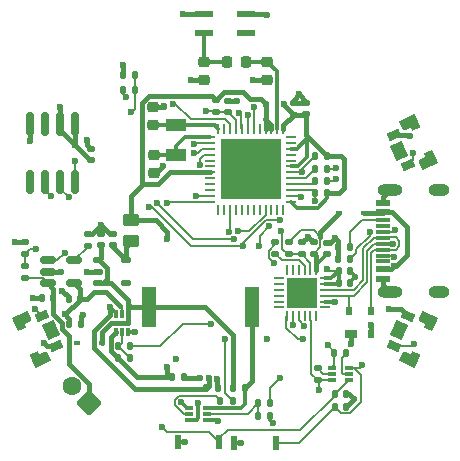
<source format=gbr>
%TF.GenerationSoftware,KiCad,Pcbnew,(6.0.7-1)-1*%
%TF.CreationDate,2022-10-24T14:59:34+01:00*%
%TF.ProjectId,wristpad,77726973-7470-4616-942e-6b696361645f,rev?*%
%TF.SameCoordinates,Original*%
%TF.FileFunction,Copper,L1,Top*%
%TF.FilePolarity,Positive*%
%FSLAX46Y46*%
G04 Gerber Fmt 4.6, Leading zero omitted, Abs format (unit mm)*
G04 Created by KiCad (PCBNEW (6.0.7-1)-1) date 2022-10-24 14:59:34*
%MOMM*%
%LPD*%
G01*
G04 APERTURE LIST*
G04 Aperture macros list*
%AMRoundRect*
0 Rectangle with rounded corners*
0 $1 Rounding radius*
0 $2 $3 $4 $5 $6 $7 $8 $9 X,Y pos of 4 corners*
0 Add a 4 corners polygon primitive as box body*
4,1,4,$2,$3,$4,$5,$6,$7,$8,$9,$2,$3,0*
0 Add four circle primitives for the rounded corners*
1,1,$1+$1,$2,$3*
1,1,$1+$1,$4,$5*
1,1,$1+$1,$6,$7*
1,1,$1+$1,$8,$9*
0 Add four rect primitives between the rounded corners*
20,1,$1+$1,$2,$3,$4,$5,0*
20,1,$1+$1,$4,$5,$6,$7,0*
20,1,$1+$1,$6,$7,$8,$9,0*
20,1,$1+$1,$8,$9,$2,$3,0*%
%AMRotRect*
0 Rectangle, with rotation*
0 The origin of the aperture is its center*
0 $1 length*
0 $2 width*
0 $3 Rotation angle, in degrees counterclockwise*
0 Add horizontal line*
21,1,$1,$2,0,0,$3*%
%AMFreePoly0*
4,1,16,0.740277,0.992426,0.757850,0.950000,0.757850,0.300000,0.740275,0.257574,0.697850,0.240000,0.457200,0.240000,0.457201,-0.274320,0.274320,-0.457200,-0.457200,-0.457200,-0.457200,0.288050,-0.462150,0.300000,-0.462150,0.949999,-0.444576,0.992426,-0.402150,1.010000,0.697850,1.010000,0.740277,0.992426,0.740277,0.992426,$1*%
%AMFreePoly1*
4,1,16,0.444576,0.992426,0.462150,0.950000,0.462150,0.300000,0.457200,0.288050,0.457200,-0.457200,-0.274320,-0.457201,-0.457200,-0.274320,-0.457200,0.240000,-0.697850,0.240000,-0.740276,0.257574,-0.757850,0.300000,-0.757850,0.950000,-0.740276,0.992426,-0.697850,1.010000,0.402150,1.010000,0.444576,0.992426,0.444576,0.992426,$1*%
G04 Aperture macros list end*
%TA.AperFunction,SMDPad,CuDef*%
%ADD10R,1.300000X3.400000*%
%TD*%
%TA.AperFunction,SMDPad,CuDef*%
%ADD11RoundRect,0.150000X-0.150000X0.825000X-0.150000X-0.825000X0.150000X-0.825000X0.150000X0.825000X0*%
%TD*%
%TA.AperFunction,SMDPad,CuDef*%
%ADD12RoundRect,0.135000X0.185000X-0.135000X0.185000X0.135000X-0.185000X0.135000X-0.185000X-0.135000X0*%
%TD*%
%TA.AperFunction,SMDPad,CuDef*%
%ADD13R,0.558800X1.244600*%
%TD*%
%TA.AperFunction,SMDPad,CuDef*%
%ADD14RoundRect,0.135000X-0.135000X-0.185000X0.135000X-0.185000X0.135000X0.185000X-0.135000X0.185000X0*%
%TD*%
%TA.AperFunction,SMDPad,CuDef*%
%ADD15R,0.600000X0.450000*%
%TD*%
%TA.AperFunction,SMDPad,CuDef*%
%ADD16RoundRect,0.135000X0.135000X0.185000X-0.135000X0.185000X-0.135000X-0.185000X0.135000X-0.185000X0*%
%TD*%
%TA.AperFunction,SMDPad,CuDef*%
%ADD17RoundRect,0.062500X-0.062500X0.375000X-0.062500X-0.375000X0.062500X-0.375000X0.062500X0.375000X0*%
%TD*%
%TA.AperFunction,SMDPad,CuDef*%
%ADD18RoundRect,0.062500X-0.375000X0.062500X-0.375000X-0.062500X0.375000X-0.062500X0.375000X0.062500X0*%
%TD*%
%TA.AperFunction,SMDPad,CuDef*%
%ADD19R,5.150000X5.150000*%
%TD*%
%TA.AperFunction,SMDPad,CuDef*%
%ADD20RoundRect,0.225000X0.250000X-0.225000X0.250000X0.225000X-0.250000X0.225000X-0.250000X-0.225000X0*%
%TD*%
%TA.AperFunction,SMDPad,CuDef*%
%ADD21R,1.000000X0.700000*%
%TD*%
%TA.AperFunction,SMDPad,CuDef*%
%ADD22R,0.600000X0.700000*%
%TD*%
%TA.AperFunction,SMDPad,CuDef*%
%ADD23RoundRect,0.140000X0.170000X-0.140000X0.170000X0.140000X-0.170000X0.140000X-0.170000X-0.140000X0*%
%TD*%
%TA.AperFunction,SMDPad,CuDef*%
%ADD24RoundRect,0.062500X0.350000X0.062500X-0.350000X0.062500X-0.350000X-0.062500X0.350000X-0.062500X0*%
%TD*%
%TA.AperFunction,SMDPad,CuDef*%
%ADD25RoundRect,0.062500X0.062500X0.350000X-0.062500X0.350000X-0.062500X-0.350000X0.062500X-0.350000X0*%
%TD*%
%TA.AperFunction,SMDPad,CuDef*%
%ADD26R,2.600000X2.600000*%
%TD*%
%TA.AperFunction,SMDPad,CuDef*%
%ADD27RoundRect,0.218750X-0.218750X-0.256250X0.218750X-0.256250X0.218750X0.256250X-0.218750X0.256250X0*%
%TD*%
%TA.AperFunction,SMDPad,CuDef*%
%ADD28R,1.800000X1.000000*%
%TD*%
%TA.AperFunction,SMDPad,CuDef*%
%ADD29RoundRect,0.225000X-0.250000X0.225000X-0.250000X-0.225000X0.250000X-0.225000X0.250000X0.225000X0*%
%TD*%
%TA.AperFunction,ComponentPad*%
%ADD30RoundRect,0.250000X0.777817X0.000000X0.000000X0.777817X-0.777817X0.000000X0.000000X-0.777817X0*%
%TD*%
%TA.AperFunction,ComponentPad*%
%ADD31C,1.600000*%
%TD*%
%TA.AperFunction,SMDPad,CuDef*%
%ADD32RoundRect,0.135000X-0.185000X0.135000X-0.185000X-0.135000X0.185000X-0.135000X0.185000X0.135000X0*%
%TD*%
%TA.AperFunction,SMDPad,CuDef*%
%ADD33RoundRect,0.137500X-0.262500X-0.137500X0.262500X-0.137500X0.262500X0.137500X-0.262500X0.137500X0*%
%TD*%
%TA.AperFunction,SMDPad,CuDef*%
%ADD34RoundRect,0.250000X-0.450000X0.262500X-0.450000X-0.262500X0.450000X-0.262500X0.450000X0.262500X0*%
%TD*%
%TA.AperFunction,SMDPad,CuDef*%
%ADD35RoundRect,0.140000X-0.140000X-0.170000X0.140000X-0.170000X0.140000X0.170000X-0.140000X0.170000X0*%
%TD*%
%TA.AperFunction,SMDPad,CuDef*%
%ADD36RotRect,0.711200X1.092200X115.000000*%
%TD*%
%TA.AperFunction,ComponentPad*%
%ADD37FreePoly0,115.000000*%
%TD*%
%TA.AperFunction,ComponentPad*%
%ADD38FreePoly1,115.000000*%
%TD*%
%TA.AperFunction,SMDPad,CuDef*%
%ADD39RotRect,1.397000X1.092200X115.000000*%
%TD*%
%TA.AperFunction,ComponentPad*%
%ADD40O,2.108200X0.990600*%
%TD*%
%TA.AperFunction,ComponentPad*%
%ADD41O,1.803400X0.990600*%
%TD*%
%TA.AperFunction,SMDPad,CuDef*%
%ADD42R,1.143000X0.584200*%
%TD*%
%TA.AperFunction,SMDPad,CuDef*%
%ADD43R,1.143000X0.304800*%
%TD*%
%TA.AperFunction,SMDPad,CuDef*%
%ADD44RoundRect,0.150000X-0.512500X-0.150000X0.512500X-0.150000X0.512500X0.150000X-0.512500X0.150000X0*%
%TD*%
%TA.AperFunction,SMDPad,CuDef*%
%ADD45RotRect,0.711200X1.092200X245.000000*%
%TD*%
%TA.AperFunction,ComponentPad*%
%ADD46FreePoly1,245.000000*%
%TD*%
%TA.AperFunction,SMDPad,CuDef*%
%ADD47RotRect,1.397000X1.092200X245.000000*%
%TD*%
%TA.AperFunction,ComponentPad*%
%ADD48FreePoly0,245.000000*%
%TD*%
%TA.AperFunction,SMDPad,CuDef*%
%ADD49RotRect,0.711200X1.092200X295.000000*%
%TD*%
%TA.AperFunction,ComponentPad*%
%ADD50FreePoly1,295.000000*%
%TD*%
%TA.AperFunction,ComponentPad*%
%ADD51FreePoly0,295.000000*%
%TD*%
%TA.AperFunction,SMDPad,CuDef*%
%ADD52RotRect,1.397000X1.092200X295.000000*%
%TD*%
%TA.AperFunction,SMDPad,CuDef*%
%ADD53RoundRect,0.140000X0.140000X0.170000X-0.140000X0.170000X-0.140000X-0.170000X0.140000X-0.170000X0*%
%TD*%
%TA.AperFunction,SMDPad,CuDef*%
%ADD54R,0.700000X0.340000*%
%TD*%
%TA.AperFunction,SMDPad,CuDef*%
%ADD55R,1.500000X0.600000*%
%TD*%
%TA.AperFunction,SMDPad,CuDef*%
%ADD56R,0.340000X0.700000*%
%TD*%
%TA.AperFunction,ViaPad*%
%ADD57C,0.600000*%
%TD*%
%TA.AperFunction,Conductor*%
%ADD58C,0.400000*%
%TD*%
%TA.AperFunction,Conductor*%
%ADD59C,0.300000*%
%TD*%
%TA.AperFunction,Conductor*%
%ADD60C,0.200000*%
%TD*%
G04 APERTURE END LIST*
D10*
%TO.P,BZ1,1,-*%
%TO.N,VCC*%
X93560000Y-105630000D03*
%TO.P,BZ1,2,+*%
%TO.N,/PIEZO_DRAIN*%
X102260000Y-105630000D03*
%TD*%
D11*
%TO.P,IC1,1,VDD5V*%
%TO.N,/POWER*%
X87298000Y-90082000D03*
%TO.P,IC1,2,VDD3V3*%
X86028000Y-90082000D03*
%TO.P,IC1,3,OUT*%
%TO.N,unconnected-(IC1-Pad3)*%
X84758000Y-90082000D03*
%TO.P,IC1,4,GND*%
%TO.N,GND*%
X83488000Y-90082000D03*
%TO.P,IC1,5,PGO*%
%TO.N,unconnected-(IC1-Pad5)*%
X83488000Y-95032000D03*
%TO.P,IC1,6,SDA*%
%TO.N,/SDA*%
X84758000Y-95032000D03*
%TO.P,IC1,7,SCL*%
%TO.N,/SCL*%
X86028000Y-95032000D03*
%TO.P,IC1,8,DIR*%
%TO.N,/DIR*%
X87298000Y-95032000D03*
%TD*%
D12*
%TO.P,R21,2*%
%TO.N,/BATT_ADC*%
X83050000Y-102150000D03*
%TO.P,R21,1*%
%TO.N,+BATT*%
X83050000Y-103170000D03*
%TD*%
D13*
%TO.P,SW2,1,1*%
%TO.N,GND*%
X95974598Y-117080000D03*
%TO.P,SW2,2,2*%
%TO.N,/BOOT*%
X99525402Y-117080000D03*
%TD*%
D14*
%TO.P,R20,2*%
%TO.N,GND*%
X103820000Y-114850000D03*
%TO.P,R20,1*%
%TO.N,/BACKLIGHT_GATE*%
X102800000Y-114850000D03*
%TD*%
D12*
%TO.P,R1,2*%
%TO.N,GND*%
X88400000Y-99400000D03*
%TO.P,R1,1*%
%TO.N,/PROG*%
X88400000Y-100420000D03*
%TD*%
D14*
%TO.P,R3,1*%
%TO.N,+3V3*%
X90960000Y-109966000D03*
%TO.P,R3,2*%
%TO.N,/POWER_GATE*%
X91980000Y-109966000D03*
%TD*%
D15*
%TO.P,D3,1,K*%
%TO.N,/VREGIN*%
X109680000Y-97610000D03*
%TO.P,D3,2,A*%
%TO.N,VBUS*%
X111780000Y-97610000D03*
%TD*%
D16*
%TO.P,R26,1*%
%TO.N,/DIR*%
X92350000Y-87240000D03*
%TO.P,R26,2*%
%TO.N,/POWER*%
X91330000Y-87240000D03*
%TD*%
D14*
%TO.P,R27,1*%
%TO.N,GND*%
X91330000Y-85980000D03*
%TO.P,R27,2*%
%TO.N,/DIR*%
X92350000Y-85980000D03*
%TD*%
D17*
%TO.P,U3,1,VDDA*%
%TO.N,+3V3*%
X104921000Y-90523500D03*
%TO.P,U3,2,LNA_IN*%
%TO.N,/LNA_IN*%
X104421000Y-90523500D03*
%TO.P,U3,3,VDD3P3*%
%TO.N,+3V3*%
X103921000Y-90523500D03*
%TO.P,U3,4,VDD3P3*%
X103421000Y-90523500D03*
%TO.P,U3,5,NC*%
%TO.N,unconnected-(U3-Pad5)*%
X102921000Y-90523500D03*
%TO.P,U3,6,GPIO37/ADC1_CH1/RTC_GPIO1*%
%TO.N,/B1*%
X102421000Y-90523500D03*
%TO.P,U3,7,GPIO38/ADC1_CH2/RTC_GPIO2*%
%TO.N,/B2*%
X101921000Y-90523500D03*
%TO.P,U3,8,GPIO39/ADC1_CH3/RTC_GPIO3*%
%TO.N,/B3*%
X101421000Y-90523500D03*
%TO.P,U3,9,CHIP_PU*%
%TO.N,/EN*%
X100921000Y-90523500D03*
%TO.P,U3,10,GPIO34/ADC1_CH6/RTC_GPIO4*%
%TO.N,/BATT_ADC*%
X100421000Y-90523500D03*
%TO.P,U3,11,NC*%
%TO.N,unconnected-(U3-Pad11)*%
X99921000Y-90523500D03*
%TO.P,U3,12,32K_XP*%
%TO.N,/32K_XP*%
X99421000Y-90523500D03*
D18*
%TO.P,U3,13,32K_XN*%
%TO.N,/32K_XN*%
X98733500Y-91211000D03*
%TO.P,U3,14,GPIO25/ADC2_CH8/DAC_1/RTC_GPIO6*%
%TO.N,/DAC1*%
X98733500Y-91711000D03*
%TO.P,U3,15,GPIO26/ADC2_CH9/DAC_2/RTC_GPIO7*%
%TO.N,/DAC2*%
X98733500Y-92211000D03*
%TO.P,U3,16,GPIO27/ADC2_CH7/RTC_GPIO17*%
%TO.N,/CONNECTED*%
X98733500Y-92711000D03*
%TO.P,U3,17,MTMS/GPIO14/ADC2_CH6/RTC_GPIO16*%
%TO.N,unconnected-(U3-Pad17)*%
X98733500Y-93211000D03*
%TO.P,U3,18,\u002AMTDI/GPIO12/ADC2_CH5/RTC_GPIO15*%
%TO.N,unconnected-(U3-Pad18)*%
X98733500Y-93711000D03*
%TO.P,U3,19,VDD3P3_RTC*%
%TO.N,+3V3*%
X98733500Y-94211000D03*
%TO.P,U3,20,MTCK/GPIO13/ADC2_CH4/RTC_GPIO14*%
%TO.N,unconnected-(U3-Pad20)*%
X98733500Y-94711000D03*
%TO.P,U3,21,\u002AMTDO/GPIO15/ADC2_CH3/RTC_GPIO13*%
%TO.N,unconnected-(U3-Pad21)*%
X98733500Y-95211000D03*
%TO.P,U3,22,\u002AGPIO2/ADC2_CH2/RTC_GPIO12*%
%TO.N,unconnected-(U3-Pad22)*%
X98733500Y-95711000D03*
%TO.P,U3,23,\u002AGPIO0/ADC2_CH1/RTC_GPIO11*%
%TO.N,/BOOT*%
X98733500Y-96211000D03*
%TO.P,U3,24,GPIO4/ADC2_CH0/RTC_GPIO10*%
%TO.N,/STAT*%
X98733500Y-96711000D03*
D17*
%TO.P,U3,25,NC*%
%TO.N,unconnected-(U3-Pad25)*%
X99421000Y-97398500D03*
%TO.P,U3,26,VDD_SDIO*%
%TO.N,unconnected-(U3-Pad26)*%
X99921000Y-97398500D03*
%TO.P,U3,27,GPIO20*%
%TO.N,/PIEZO*%
X100421000Y-97398500D03*
%TO.P,U3,28,NC*%
%TO.N,unconnected-(U3-Pad28)*%
X100921000Y-97398500D03*
%TO.P,U3,29,NC*%
%TO.N,unconnected-(U3-Pad29)*%
X101421000Y-97398500D03*
%TO.P,U3,30,NC*%
%TO.N,unconnected-(U3-Pad30)*%
X101921000Y-97398500D03*
%TO.P,U3,31,NC*%
%TO.N,unconnected-(U3-Pad31)*%
X102421000Y-97398500D03*
%TO.P,U3,32,SD_DATA_0/GPIO7*%
%TO.N,unconnected-(U3-Pad32)*%
X102921000Y-97398500D03*
%TO.P,U3,33,SD_DATA_1/GPIO8*%
%TO.N,/ENABLE*%
X103421000Y-97398500D03*
%TO.P,U3,34,\u002AGPIO5*%
%TO.N,unconnected-(U3-Pad34)*%
X103921000Y-97398500D03*
%TO.P,U3,35,NC*%
%TO.N,unconnected-(U3-Pad35)*%
X104421000Y-97398500D03*
%TO.P,U3,36,NC*%
%TO.N,unconnected-(U3-Pad36)*%
X104921000Y-97398500D03*
D18*
%TO.P,U3,37,VDD3P3_CPU*%
%TO.N,+3V3*%
X105608500Y-96711000D03*
%TO.P,U3,38,GPIO19*%
%TO.N,/BACKLIGHT*%
X105608500Y-96211000D03*
%TO.P,U3,39,GPIO22*%
%TO.N,/SCL*%
X105608500Y-95711000D03*
%TO.P,U3,40,U0RXD/GPIO3*%
%TO.N,/RXD0*%
X105608500Y-95211000D03*
%TO.P,U3,41,U0TXD/GPIO1*%
%TO.N,/TXD0*%
X105608500Y-94711000D03*
%TO.P,U3,42,GPIO21*%
%TO.N,/SDA*%
X105608500Y-94211000D03*
%TO.P,U3,43,VDDA*%
%TO.N,+3V3*%
X105608500Y-93711000D03*
%TO.P,U3,44,NC*%
%TO.N,unconnected-(U3-Pad44)*%
X105608500Y-93211000D03*
%TO.P,U3,45,NC*%
%TO.N,unconnected-(U3-Pad45)*%
X105608500Y-92711000D03*
%TO.P,U3,46,VDDA*%
%TO.N,+3V3*%
X105608500Y-92211000D03*
%TO.P,U3,47,NC*%
%TO.N,unconnected-(U3-Pad47)*%
X105608500Y-91711000D03*
%TO.P,U3,48,NC*%
%TO.N,unconnected-(U3-Pad48)*%
X105608500Y-91211000D03*
D19*
%TO.P,U3,49,GND*%
%TO.N,GND*%
X102171000Y-93961000D03*
%TD*%
D20*
%TO.P,C14,1*%
%TO.N,GND*%
X93940000Y-94305000D03*
%TO.P,C14,2*%
%TO.N,/32K_XN*%
X93940000Y-92755000D03*
%TD*%
D21*
%TO.P,D1,1,A*%
%TO.N,GND*%
X110670000Y-107920000D03*
D22*
%TO.P,D1,2,K*%
%TO.N,VBUS*%
X112370000Y-107920000D03*
%TO.P,D1,3,K*%
%TO.N,/DN*%
X112370000Y-105920000D03*
%TO.P,D1,4,K*%
%TO.N,/DP*%
X110470000Y-105920000D03*
%TD*%
D13*
%TO.P,SW1,1,1*%
%TO.N,GND*%
X100724598Y-117094000D03*
%TO.P,SW1,2,2*%
%TO.N,/EN*%
X104275402Y-117094000D03*
%TD*%
D14*
%TO.P,R16,1*%
%TO.N,VBUS*%
X86820000Y-107070000D03*
%TO.P,R16,2*%
%TO.N,GND*%
X87840000Y-107070000D03*
%TD*%
D16*
%TO.P,R11,1*%
%TO.N,/RTS_BASE*%
X110270000Y-109520000D03*
%TO.P,R11,2*%
%TO.N,/RTS*%
X109250000Y-109520000D03*
%TD*%
%TO.P,R18,2*%
%TO.N,/SDA*%
X107631000Y-92831000D03*
%TO.P,R18,1*%
%TO.N,+3V3*%
X108651000Y-92831000D03*
%TD*%
D14*
%TO.P,R19,1*%
%TO.N,/SCL*%
X107631000Y-95961000D03*
%TO.P,R19,2*%
%TO.N,+3V3*%
X108651000Y-95961000D03*
%TD*%
D16*
%TO.P,R25,1*%
%TO.N,/PIEZO_DRAIN*%
X101650000Y-112490000D03*
%TO.P,R25,2*%
%TO.N,VCC*%
X100630000Y-112490000D03*
%TD*%
D15*
%TO.P,D2,1,K*%
%TO.N,VCC*%
X89550000Y-108630000D03*
%TO.P,D2,2,A*%
%TO.N,VBUS*%
X87450000Y-108630000D03*
%TD*%
D23*
%TO.P,C3,2*%
%TO.N,GND*%
X90510000Y-99430000D03*
%TO.P,C3,1*%
%TO.N,/VO*%
X90510000Y-100390000D03*
%TD*%
D24*
%TO.P,U2,1,~{RI}/CLK*%
%TO.N,unconnected-(U2-Pad1)*%
X108416984Y-105648951D03*
%TO.P,U2,2,GND*%
%TO.N,GND*%
X108416984Y-105148951D03*
%TO.P,U2,3,D+*%
%TO.N,/DP*%
X108416984Y-104648951D03*
%TO.P,U2,4,D-*%
%TO.N,/DN*%
X108416984Y-104148951D03*
%TO.P,U2,5,VIO*%
%TO.N,/VIO*%
X108416984Y-103648951D03*
%TO.P,U2,6,VDD*%
X108416984Y-103148951D03*
D25*
%TO.P,U2,7,VREGIN*%
%TO.N,/VREGIN*%
X107729484Y-102461451D03*
%TO.P,U2,8,VBUS*%
%TO.N,/CONNECTED*%
X107229484Y-102461451D03*
%TO.P,U2,9,~{RST}*%
%TO.N,/~RST*%
X106729484Y-102461451D03*
%TO.P,U2,10,NC*%
%TO.N,unconnected-(U2-Pad10)*%
X106229484Y-102461451D03*
%TO.P,U2,11,~{WAKEUP}/GPIO.3*%
%TO.N,unconnected-(U2-Pad11)*%
X105729484Y-102461451D03*
%TO.P,U2,12,RS485/GPIO.2*%
%TO.N,unconnected-(U2-Pad12)*%
X105229484Y-102461451D03*
D24*
%TO.P,U2,13,~{RXT}/GPIO.1*%
%TO.N,unconnected-(U2-Pad13)*%
X104541984Y-103148951D03*
%TO.P,U2,14,~{TXT}/GPIO.0*%
%TO.N,unconnected-(U2-Pad14)*%
X104541984Y-103648951D03*
%TO.P,U2,15,~{SUSPEND}*%
%TO.N,unconnected-(U2-Pad15)*%
X104541984Y-104148951D03*
%TO.P,U2,16,NC*%
%TO.N,unconnected-(U2-Pad16)*%
X104541984Y-104648951D03*
%TO.P,U2,17,SUSPEND*%
%TO.N,unconnected-(U2-Pad17)*%
X104541984Y-105148951D03*
%TO.P,U2,18,~{CTS}*%
%TO.N,unconnected-(U2-Pad18)*%
X104541984Y-105648951D03*
D25*
%TO.P,U2,19,~{RTS}*%
%TO.N,/RTS*%
X105229484Y-106336451D03*
%TO.P,U2,20,RXD*%
%TO.N,/RXD*%
X105729484Y-106336451D03*
%TO.P,U2,21,TXD*%
%TO.N,/TXD*%
X106229484Y-106336451D03*
%TO.P,U2,22,~{DSR}*%
%TO.N,unconnected-(U2-Pad22)*%
X106729484Y-106336451D03*
%TO.P,U2,23,~{DTR}*%
%TO.N,/DTR*%
X107229484Y-106336451D03*
%TO.P,U2,24,~{DCD}*%
%TO.N,unconnected-(U2-Pad24)*%
X107729484Y-106336451D03*
D26*
%TO.P,U2,25,GND*%
%TO.N,GND*%
X106479484Y-104398951D03*
%TD*%
D27*
%TO.P,L1,1*%
%TO.N,/ANTENNA*%
X100162500Y-84840000D03*
%TO.P,L1,2*%
%TO.N,/LNA_IN*%
X101737500Y-84840000D03*
%TD*%
D28*
%TO.P,Y1,1,1*%
%TO.N,/32K_XP*%
X95876000Y-90236000D03*
%TO.P,Y1,2,2*%
%TO.N,/32K_XN*%
X95876000Y-92736000D03*
%TD*%
D29*
%TO.P,C13,1*%
%TO.N,GND*%
X93920000Y-88645000D03*
%TO.P,C13,2*%
%TO.N,/32K_XP*%
X93920000Y-90195000D03*
%TD*%
D16*
%TO.P,R7,1*%
%TO.N,/CC1*%
X110601484Y-100502951D03*
%TO.P,R7,2*%
%TO.N,GND*%
X109581484Y-100502951D03*
%TD*%
D30*
%TO.P,J2,1,Pin_1*%
%TO.N,+BATT*%
X88453199Y-113713199D03*
D31*
%TO.P,J2,2,Pin_2*%
%TO.N,GND*%
X87038985Y-112298985D03*
%TD*%
D16*
%TO.P,R23,2*%
%TO.N,/POWER_GATE*%
X90960000Y-108950000D03*
%TO.P,R23,1*%
%TO.N,/ENABLE*%
X91980000Y-108950000D03*
%TD*%
D23*
%TO.P,C15,2*%
%TO.N,GND*%
X100260000Y-88140000D03*
%TO.P,C15,1*%
%TO.N,/EN*%
X100260000Y-89100000D03*
%TD*%
D32*
%TO.P,R10,1*%
%TO.N,/DTR_BASE*%
X107830000Y-110790000D03*
%TO.P,R10,2*%
%TO.N,/DTR*%
X107830000Y-111810000D03*
%TD*%
%TO.P,R22,2*%
%TO.N,/BATT_ADC*%
X83050000Y-101090000D03*
%TO.P,R22,1*%
%TO.N,GND*%
X83050000Y-100070000D03*
%TD*%
D29*
%TO.P,C19,1*%
%TO.N,/LNA_IN*%
X103580000Y-84823000D03*
%TO.P,C19,2*%
%TO.N,GND*%
X103580000Y-86373000D03*
%TD*%
D23*
%TO.P,C7,1*%
%TO.N,/POWER*%
X88646000Y-93190000D03*
%TO.P,C7,2*%
%TO.N,GND*%
X88646000Y-92230000D03*
%TD*%
D12*
%TO.P,R13,2*%
%TO.N,+3V3*%
X99220000Y-88100000D03*
%TO.P,R13,1*%
%TO.N,/EN*%
X99220000Y-89120000D03*
%TD*%
D33*
%TO.P,U4,5,VO*%
%TO.N,/VO*%
X91624000Y-101666000D03*
%TO.P,U4,4,NC*%
%TO.N,unconnected-(U4-Pad4)*%
X91624000Y-103566000D03*
%TO.P,U4,3,EN*%
%TO.N,VCC*%
X89224000Y-103566000D03*
%TO.P,U4,2,GND*%
%TO.N,GND*%
X89224000Y-102616000D03*
%TO.P,U4,1,VI*%
%TO.N,VCC*%
X89224000Y-101666000D03*
%TD*%
D34*
%TO.P,R12,1*%
%TO.N,+3V3*%
X92050000Y-98237500D03*
%TO.P,R12,2*%
%TO.N,/VO*%
X92050000Y-100062500D03*
%TD*%
D35*
%TO.P,C11,1*%
%TO.N,/EN*%
X109280000Y-114050000D03*
%TO.P,C11,2*%
%TO.N,GND*%
X110240000Y-114050000D03*
%TD*%
%TO.P,C9,1*%
%TO.N,/VIO*%
X109611484Y-103550951D03*
%TO.P,C9,2*%
%TO.N,GND*%
X110571484Y-103550951D03*
%TD*%
D32*
%TO.P,R6,1*%
%TO.N,/VIO*%
X104261484Y-100106951D03*
%TO.P,R6,2*%
%TO.N,/~RST*%
X104261484Y-101126951D03*
%TD*%
D35*
%TO.P,C12,1*%
%TO.N,/BOOT*%
X109280000Y-112950000D03*
%TO.P,C12,2*%
%TO.N,GND*%
X110240000Y-112950000D03*
%TD*%
D14*
%TO.P,R2,1*%
%TO.N,GND*%
X109581484Y-101518951D03*
%TO.P,R2,2*%
%TO.N,/CC2*%
X110601484Y-101518951D03*
%TD*%
D36*
%TO.P,SW5,1,1*%
%TO.N,GND*%
X85690566Y-108914377D03*
%TO.P,SW5,2,2*%
%TO.N,/B3*%
X84507087Y-106376398D03*
D37*
%TO.P,SW5,3*%
%TO.N,N/C*%
X84653935Y-109891721D03*
D38*
X83092065Y-106542279D03*
D39*
X85236948Y-107580981D03*
%TD*%
D16*
%TO.P,R24,2*%
%TO.N,/PIEZO_GATE*%
X99610000Y-113540000D03*
%TO.P,R24,1*%
%TO.N,/PIEZO*%
X100630000Y-113540000D03*
%TD*%
D23*
%TO.P,C2,2*%
%TO.N,GND*%
X89460000Y-99430000D03*
%TO.P,C2,1*%
%TO.N,VCC*%
X89460000Y-100390000D03*
%TD*%
D40*
%TO.P,J1,13,SHELL*%
%TO.N,GND*%
X113920000Y-104320002D03*
D41*
X118100000Y-104320002D03*
X118100000Y-95679998D03*
D40*
X113920000Y-95679998D03*
D42*
%TO.P,J1,A1-B12,GND*%
X113345000Y-103200000D03*
%TO.P,J1,A4-B9,VBUS*%
%TO.N,VBUS*%
X113345000Y-102400001D03*
D43*
%TO.P,J1,A5,CC1*%
%TO.N,/CC2*%
X113345000Y-101250000D03*
%TO.P,J1,A6,DP1*%
%TO.N,/DP*%
X113345000Y-100250000D03*
%TO.P,J1,A7,DN1*%
%TO.N,/DN*%
X113345000Y-99750000D03*
%TO.P,J1,A8,SBU1*%
%TO.N,unconnected-(J1-PadA8)*%
X113345000Y-98750000D03*
D42*
%TO.P,J1,B1-A12,GND*%
%TO.N,GND*%
X113345000Y-96800000D03*
%TO.P,J1,B4-A9,VBUS*%
%TO.N,VBUS*%
X113345000Y-97599999D03*
D43*
%TO.P,J1,B5,CC2*%
%TO.N,/CC1*%
X113345000Y-98250001D03*
%TO.P,J1,B6,DP2*%
%TO.N,/DP*%
X113345000Y-99249999D03*
%TO.P,J1,B7,DN2*%
%TO.N,/DN*%
X113345000Y-100750001D03*
%TO.P,J1,B8,SBU2*%
%TO.N,unconnected-(J1-PadB8)*%
X113345000Y-101749999D03*
%TD*%
D44*
%TO.P,U1,5,PROG*%
%TO.N,/PROG*%
X87243500Y-101666000D03*
%TO.P,U1,4,VDD*%
%TO.N,VBUS*%
X87243500Y-103566000D03*
%TO.P,U1,3,VBAT*%
%TO.N,+BATT*%
X84968500Y-103566000D03*
%TO.P,U1,2,VSS*%
%TO.N,GND*%
X84968500Y-102616000D03*
%TO.P,U1,1,STAT*%
%TO.N,/STAT*%
X84968500Y-101666000D03*
%TD*%
D45*
%TO.P,SW4,1,1*%
%TO.N,GND*%
X115492913Y-106376398D03*
%TO.P,SW4,2,2*%
%TO.N,/B2*%
X114309434Y-108914377D03*
D46*
%TO.P,SW4,3*%
%TO.N,N/C*%
X115346065Y-109891721D03*
D47*
X114763052Y-107580981D03*
D48*
X116907935Y-106542279D03*
%TD*%
D49*
%TO.P,SW3,1,1*%
%TO.N,GND*%
X114309434Y-91085623D03*
%TO.P,SW3,2,2*%
%TO.N,/B1*%
X115492913Y-93623602D03*
D50*
%TO.P,SW3,3*%
%TO.N,N/C*%
X116907935Y-93457721D03*
D51*
X115346065Y-90108279D03*
D52*
X114763052Y-92419019D03*
%TD*%
D53*
%TO.P,C1,1*%
%TO.N,VBUS*%
X87726000Y-104902000D03*
%TO.P,C1,2*%
%TO.N,GND*%
X86766000Y-104902000D03*
%TD*%
D16*
%TO.P,R17,1*%
%TO.N,/BACKLIGHT*%
X103830000Y-113750000D03*
%TO.P,R17,2*%
%TO.N,/BACKLIGHT_GATE*%
X102810000Y-113750000D03*
%TD*%
D54*
%TO.P,Q3,1,S*%
%TO.N,GND*%
X98470000Y-115150000D03*
%TO.P,Q3,2,G*%
%TO.N,/BACKLIGHT_GATE*%
X98470000Y-114650000D03*
%TO.P,Q3,3,D*%
%TO.N,/PIEZO_DRAIN*%
X98470000Y-114150000D03*
%TO.P,Q3,4,S*%
%TO.N,GND*%
X96970000Y-114150000D03*
%TO.P,Q3,5,G*%
%TO.N,/PIEZO_GATE*%
X96970000Y-114650000D03*
%TO.P,Q3,6,D*%
%TO.N,/LEDK*%
X96970000Y-115150000D03*
%TD*%
D14*
%TO.P,R8,2*%
%TO.N,/TXD*%
X108650000Y-94940000D03*
%TO.P,R8,1*%
%TO.N,/RXD0*%
X107630000Y-94940000D03*
%TD*%
D23*
%TO.P,C5,1*%
%TO.N,/VREGIN*%
X108638484Y-101120951D03*
%TO.P,C5,2*%
%TO.N,GND*%
X108638484Y-100160951D03*
%TD*%
D35*
%TO.P,C8,1*%
%TO.N,/VIO*%
X109611484Y-102534951D03*
%TO.P,C8,2*%
%TO.N,GND*%
X110571484Y-102534951D03*
%TD*%
D55*
%TO.P,E1,1*%
%TO.N,/ANTENNA*%
X98250000Y-82440000D03*
%TO.P,E1,2*%
%TO.N,unconnected-(E1-Pad2)*%
X101750000Y-82440000D03*
%TO.P,E1,3*%
%TO.N,GND*%
X101750000Y-80840000D03*
%TO.P,E1,4*%
X98250000Y-80840000D03*
%TD*%
D56*
%TO.P,Q2,1,S*%
%TO.N,VCC*%
X91780000Y-106230000D03*
%TO.P,Q2,2,G*%
%TO.N,VBUS*%
X91280000Y-106230000D03*
%TO.P,Q2,3,D*%
%TO.N,/POWER*%
X90780000Y-106230000D03*
%TO.P,Q2,4,S*%
%TO.N,+3V3*%
X90780000Y-107730000D03*
%TO.P,Q2,5,G*%
%TO.N,/POWER_GATE*%
X91280000Y-107730000D03*
%TO.P,Q2,6,D*%
%TO.N,+BATT*%
X91780000Y-107730000D03*
%TD*%
D53*
%TO.P,C10,1*%
%TO.N,GND*%
X99360000Y-112490000D03*
%TO.P,C10,2*%
%TO.N,/POWER*%
X98400000Y-112490000D03*
%TD*%
D14*
%TO.P,R9,2*%
%TO.N,/RXD*%
X108650000Y-93894000D03*
%TO.P,R9,1*%
%TO.N,/TXD0*%
X107630000Y-93894000D03*
%TD*%
D54*
%TO.P,Q1,1,S*%
%TO.N,/RTS*%
X109010000Y-110760000D03*
%TO.P,Q1,2,G*%
%TO.N,/DTR_BASE*%
X109010000Y-111260000D03*
%TO.P,Q1,3,D*%
%TO.N,/DTR*%
X109010000Y-111760000D03*
%TO.P,Q1,4,S*%
%TO.N,/BOOT*%
X110510000Y-111760000D03*
%TO.P,Q1,5,G*%
%TO.N,/RTS_BASE*%
X110510000Y-111260000D03*
%TO.P,Q1,6,D*%
%TO.N,/EN*%
X110510000Y-110760000D03*
%TD*%
D12*
%TO.P,R4,1*%
%TO.N,/CONNECTED*%
X105407484Y-101126951D03*
%TO.P,R4,2*%
%TO.N,/VREGIN*%
X105407484Y-100106951D03*
%TD*%
D23*
%TO.P,C17,1*%
%TO.N,+3V3*%
X106870000Y-89300000D03*
%TO.P,C17,2*%
%TO.N,GND*%
X106870000Y-88340000D03*
%TD*%
D29*
%TO.P,C18,1*%
%TO.N,/ANTENNA*%
X98230000Y-84845000D03*
%TO.P,C18,2*%
%TO.N,GND*%
X98230000Y-86395000D03*
%TD*%
D23*
%TO.P,C16,1*%
%TO.N,+3V3*%
X105840000Y-89320000D03*
%TO.P,C16,2*%
%TO.N,GND*%
X105840000Y-88360000D03*
%TD*%
%TO.P,C6,1*%
%TO.N,/VREGIN*%
X107501484Y-101090951D03*
%TO.P,C6,2*%
%TO.N,GND*%
X107501484Y-100130951D03*
%TD*%
D14*
%TO.P,R15,2*%
%TO.N,/LEDA*%
X96540000Y-111560000D03*
%TO.P,R15,1*%
%TO.N,+3V3*%
X95520000Y-111560000D03*
%TD*%
D53*
%TO.P,C4,1*%
%TO.N,+BATT*%
X85446000Y-104860000D03*
%TO.P,C4,2*%
%TO.N,GND*%
X84486000Y-104860000D03*
%TD*%
D12*
%TO.P,R5,1*%
%TO.N,/CONNECTED*%
X106494484Y-101126951D03*
%TO.P,R5,2*%
%TO.N,GND*%
X106494484Y-100106951D03*
%TD*%
D57*
%TO.N,GND*%
X106270000Y-87610000D03*
%TO.N,+3V3*%
X105020500Y-88410000D03*
%TO.N,GND*%
X100980000Y-88140000D03*
%TO.N,/EN*%
X98400000Y-88990000D03*
%TO.N,GND*%
X91330000Y-85120000D03*
X86140000Y-102660000D03*
X82170000Y-100070000D03*
X86200000Y-104230000D03*
X110940000Y-113370000D03*
%TO.N,/RTS*%
X108670000Y-108850000D03*
%TO.N,GND*%
X89470000Y-98630000D03*
%TO.N,+3V3*%
X103470000Y-88420000D03*
X95120000Y-110690000D03*
X95120000Y-99820000D03*
%TO.N,/VIO*%
X108650000Y-102430000D03*
X104110000Y-101846451D03*
%TO.N,/B3*%
X101169960Y-89222472D03*
X83870000Y-105750000D03*
%TO.N,/B1*%
X115944767Y-92597423D03*
X102450000Y-88640000D03*
%TO.N,/B2*%
X101900500Y-89390000D03*
X115966761Y-108772452D03*
%TO.N,/EN*%
X111630000Y-110540000D03*
%TO.N,/BOOT*%
X97538560Y-96207076D03*
X94660000Y-115766758D03*
%TO.N,VBUS*%
X112380000Y-107160000D03*
%TO.N,/STAT*%
X95038556Y-96811444D03*
X86406232Y-101012089D03*
%TO.N,/DTR*%
X107950000Y-112640000D03*
%TO.N,/RTS*%
X106610000Y-108330000D03*
%TO.N,GND*%
X96580000Y-117080000D03*
X101330000Y-117090000D03*
X104070000Y-115460000D03*
X99440000Y-115290000D03*
X96300000Y-113690000D03*
%TO.N,/LEDK*%
X97726577Y-113762582D03*
%TO.N,GND*%
X103520000Y-108319998D03*
%TO.N,/BACKLIGHT*%
X104626352Y-111642157D03*
X102880000Y-100409500D03*
X103719445Y-98762333D03*
X106397000Y-96260500D03*
%TO.N,/SCL*%
X107590000Y-96610000D03*
%TO.N,/PIEZO*%
X100339213Y-99246668D03*
X99980500Y-108319998D03*
%TO.N,/ENABLE*%
X101090472Y-99182467D03*
X98820734Y-107049266D03*
%TO.N,/SCL*%
X86753743Y-96308622D03*
%TO.N,/SDA*%
X85260000Y-96240000D03*
X93559942Y-97105990D03*
%TO.N,/SCL*%
X94239208Y-96789208D03*
%TO.N,/DIR*%
X87270000Y-93270000D03*
X92060000Y-89140000D03*
%TO.N,/POWER*%
X91610000Y-87870000D03*
X86060000Y-88680000D03*
%TO.N,GND*%
X83480000Y-91530000D03*
%TO.N,VBUS*%
X114292955Y-102148027D03*
X86470000Y-106240000D03*
%TO.N,GND*%
X105571484Y-103510951D03*
X87950000Y-106270000D03*
X95860000Y-110020000D03*
X88330000Y-102620000D03*
X84627483Y-108629772D03*
X106441484Y-105230951D03*
X107321484Y-103550951D03*
X102400000Y-86360000D03*
X109321484Y-99730951D03*
X103961000Y-92181000D03*
X107311484Y-104330951D03*
X107311484Y-105210951D03*
X103941000Y-95831000D03*
X109291484Y-105198451D03*
X113860000Y-105770000D03*
X97100000Y-86400500D03*
X115640000Y-91160000D03*
X102131000Y-92221000D03*
X105581484Y-105230951D03*
X99352820Y-111734923D03*
X100391000Y-95751000D03*
X102141000Y-95811000D03*
X96420000Y-80820000D03*
X100431000Y-93961000D03*
X106441484Y-104400951D03*
X103580000Y-80880000D03*
X103921000Y-93861000D03*
X94860000Y-88600000D03*
X106441484Y-103540951D03*
X111030000Y-103060000D03*
X110680000Y-108710000D03*
X107001069Y-99641069D03*
X88291444Y-91471444D03*
X100431000Y-92201000D03*
X83740000Y-104860000D03*
X105551484Y-104400951D03*
X94780000Y-93690000D03*
X102111000Y-93921000D03*
%TO.N,+BATT*%
X92390000Y-107720000D03*
%TO.N,/DP*%
X114201500Y-100250001D03*
X114380000Y-99050000D03*
%TO.N,/SDA*%
X104624984Y-98265564D03*
X101477425Y-100409500D03*
X106543320Y-94153635D03*
%TO.N,/SCL*%
X100770000Y-99860000D03*
%TO.N,/DAC1*%
X97350000Y-91810500D03*
%TO.N,/DAC2*%
X97394581Y-92559599D03*
%TO.N,/POWER*%
X90260000Y-105630000D03*
X98619503Y-111580000D03*
X87280000Y-91850000D03*
%TO.N,/BATT_ADC*%
X95580780Y-88394500D03*
X83960000Y-100680000D03*
%TO.N,/CONNECTED*%
X97846885Y-93561500D03*
X104731484Y-99170000D03*
%TO.N,/CC2*%
X112250000Y-99250000D03*
X114337715Y-101349501D03*
%TO.N,/TXD*%
X106691484Y-107198451D03*
X109380000Y-94800000D03*
%TO.N,/RXD*%
X105731484Y-107130951D03*
X109390500Y-93860000D03*
%TO.N,/LEDA*%
X97870000Y-111580000D03*
%TD*%
D58*
%TO.N,GND*%
X102400000Y-86360000D02*
X102413000Y-86373000D01*
X102413000Y-86373000D02*
X103580000Y-86373000D01*
X98224500Y-86400500D02*
X98230000Y-86395000D01*
X97100000Y-86400500D02*
X98224500Y-86400500D01*
D59*
%TO.N,/ANTENNA*%
X98235000Y-84840000D02*
X98230000Y-84845000D01*
X100162500Y-84840000D02*
X98235000Y-84840000D01*
%TO.N,/LNA_IN*%
X103580000Y-84823000D02*
X101754500Y-84823000D01*
X101754500Y-84823000D02*
X101737500Y-84840000D01*
%TO.N,/ANTENNA*%
X98230000Y-84845000D02*
X98230000Y-82460000D01*
X98230000Y-82460000D02*
X98250000Y-82440000D01*
%TO.N,/LNA_IN*%
X104421000Y-90523500D02*
X104421000Y-85664000D01*
X104421000Y-85664000D02*
X103580000Y-84823000D01*
D58*
%TO.N,GND*%
X115640000Y-91160000D02*
X115565623Y-91085623D01*
X115565623Y-91085623D02*
X114309434Y-91085623D01*
%TO.N,+3V3*%
X99910000Y-87410000D02*
X101520000Y-87410000D01*
X101520000Y-87410000D02*
X102140381Y-88030381D01*
X102140381Y-88030381D02*
X102180761Y-87990000D01*
X99220000Y-88100000D02*
X99910000Y-87410000D01*
X102180761Y-87990000D02*
X103040000Y-87990000D01*
X103040000Y-87990000D02*
X103470000Y-88420000D01*
%TO.N,VBUS*%
X86820000Y-107070000D02*
X86820000Y-106590000D01*
X86820000Y-106590000D02*
X86470000Y-106240000D01*
%TO.N,GND*%
X87840000Y-107070000D02*
X87840000Y-106380000D01*
X87840000Y-106380000D02*
X87950000Y-106270000D01*
%TO.N,VBUS*%
X86470000Y-106240000D02*
X87726000Y-104984000D01*
X87726000Y-104984000D02*
X87726000Y-104902000D01*
%TO.N,+BATT*%
X84968500Y-103566000D02*
X85450000Y-104047500D01*
X85450000Y-104047500D02*
X85450000Y-106235475D01*
X85450000Y-106235475D02*
X86200000Y-106985475D01*
X86200000Y-106985475D02*
X86200000Y-107470000D01*
X86200000Y-107470000D02*
X86800000Y-108070000D01*
X86800000Y-108070000D02*
X86800000Y-110433654D01*
X86800000Y-110433654D02*
X88453199Y-112086853D01*
X88453199Y-112086853D02*
X88453199Y-113713199D01*
%TO.N,+3V3*%
X105020500Y-88410000D02*
X105020500Y-88543465D01*
X105020500Y-88543465D02*
X105797035Y-89320000D01*
X105797035Y-89320000D02*
X105840000Y-89320000D01*
%TO.N,GND*%
X105840000Y-88360000D02*
X105840000Y-88040000D01*
X105840000Y-88040000D02*
X106270000Y-87610000D01*
X106870000Y-88210000D02*
X106270000Y-87610000D01*
X106870000Y-88340000D02*
X106870000Y-88210000D01*
X105840000Y-88360000D02*
X106850000Y-88360000D01*
X106850000Y-88360000D02*
X106870000Y-88340000D01*
%TO.N,+3V3*%
X106870000Y-89300000D02*
X106870000Y-91050000D01*
X106870000Y-91050000D02*
X106950000Y-91130000D01*
X105840000Y-89320000D02*
X106850000Y-89320000D01*
X106850000Y-89320000D02*
X106870000Y-89300000D01*
X104921000Y-90523500D02*
X104921000Y-90239000D01*
X104921000Y-90239000D02*
X105840000Y-89320000D01*
X93532327Y-87744500D02*
X98864500Y-87744500D01*
X98864500Y-87744500D02*
X99220000Y-88100000D01*
%TO.N,GND*%
X100260000Y-88140000D02*
X100980000Y-88140000D01*
D60*
%TO.N,/B3*%
X101330000Y-90432500D02*
X101421000Y-90523500D01*
X101169960Y-89222472D02*
X101330000Y-89382512D01*
X101330000Y-89382512D02*
X101330000Y-90432500D01*
%TO.N,/EN*%
X100921000Y-90523500D02*
X100921000Y-89761000D01*
X100921000Y-89761000D02*
X100260000Y-89100000D01*
%TO.N,/B2*%
X101900500Y-90503000D02*
X101921000Y-90523500D01*
X101900500Y-89390000D02*
X101900500Y-90503000D01*
%TO.N,/EN*%
X100260000Y-89100000D02*
X99240000Y-89100000D01*
X99240000Y-89100000D02*
X99220000Y-89120000D01*
X98400000Y-88990000D02*
X99090000Y-88990000D01*
X99090000Y-88990000D02*
X99220000Y-89120000D01*
D58*
%TO.N,GND*%
X91330000Y-85980000D02*
X91330000Y-85120000D01*
D60*
%TO.N,/DIR*%
X92350000Y-85980000D02*
X92350000Y-87240000D01*
D58*
%TO.N,GND*%
X88291444Y-91471444D02*
X88291444Y-91875444D01*
X88291444Y-91875444D02*
X88646000Y-92230000D01*
%TO.N,/VO*%
X91624000Y-100488500D02*
X92050000Y-100062500D01*
%TO.N,+3V3*%
X95120000Y-99820000D02*
X95120000Y-99220000D01*
X92050000Y-98237500D02*
X92050000Y-96190000D01*
X92050000Y-96190000D02*
X93062500Y-95177500D01*
X95120000Y-99220000D02*
X94137500Y-98237500D01*
X94137500Y-98237500D02*
X92050000Y-98237500D01*
%TO.N,/VO*%
X91624000Y-101666000D02*
X91624000Y-100488500D01*
%TO.N,GND*%
X86096000Y-102616000D02*
X86140000Y-102660000D01*
X84968500Y-102616000D02*
X86096000Y-102616000D01*
X83050000Y-100070000D02*
X82170000Y-100070000D01*
D60*
%TO.N,/BATT_ADC*%
X83960000Y-100680000D02*
X83460000Y-100680000D01*
X83460000Y-100680000D02*
X83050000Y-101090000D01*
X83050000Y-102150000D02*
X83050000Y-101090000D01*
%TO.N,+BATT*%
X83050000Y-103170000D02*
X84572500Y-103170000D01*
X84572500Y-103170000D02*
X84968500Y-103566000D01*
D58*
%TO.N,GND*%
X86766000Y-104796000D02*
X86200000Y-104230000D01*
X86766000Y-104902000D02*
X86766000Y-104796000D01*
D60*
%TO.N,VBUS*%
X91280000Y-106230000D02*
X91280000Y-105730761D01*
X91280000Y-105730761D02*
X91079239Y-105530000D01*
D58*
X87726000Y-104902000D02*
X88288261Y-104902000D01*
X88288261Y-104902000D02*
X88860000Y-104330261D01*
X88860000Y-104330261D02*
X89879500Y-104330261D01*
X89879500Y-104330261D02*
X91079239Y-105530000D01*
X87726000Y-104902000D02*
X87726000Y-104048500D01*
X87726000Y-104048500D02*
X87243500Y-103566000D01*
%TO.N,GND*%
X110240000Y-112950000D02*
X110520000Y-112950000D01*
X110520000Y-112950000D02*
X110940000Y-113370000D01*
X110260000Y-114050000D02*
X110940000Y-113370000D01*
X110240000Y-114050000D02*
X110260000Y-114050000D01*
D60*
%TO.N,/EN*%
X109280000Y-114050000D02*
X109840000Y-114610000D01*
X109840000Y-114610000D02*
X110580000Y-114610000D01*
X111500000Y-113690000D02*
X111500000Y-111360000D01*
X110580000Y-114610000D02*
X111500000Y-113690000D01*
X111500000Y-111360000D02*
X110900000Y-110760000D01*
%TO.N,/BOOT*%
X100242502Y-116020000D02*
X106370000Y-116020000D01*
X109280000Y-113110000D02*
X109280000Y-112950000D01*
X106370000Y-116020000D02*
X109280000Y-113110000D01*
X99525402Y-117080000D02*
X99525402Y-116737100D01*
X99525402Y-116737100D02*
X100242502Y-116020000D01*
X109280000Y-112950000D02*
X109320000Y-112950000D01*
X109320000Y-112950000D02*
X110510000Y-111760000D01*
%TO.N,/EN*%
X104275402Y-117094000D02*
X106236000Y-117094000D01*
X106236000Y-117094000D02*
X109280000Y-114050000D01*
%TO.N,/RTS_BASE*%
X110510000Y-111260000D02*
X109960000Y-111260000D01*
X109890000Y-109900000D02*
X110270000Y-109520000D01*
X109960000Y-111260000D02*
X109890000Y-111190000D01*
X109890000Y-111190000D02*
X109890000Y-109900000D01*
%TO.N,/RTS*%
X109250000Y-109430000D02*
X108670000Y-108850000D01*
X109250000Y-109520000D02*
X109250000Y-109430000D01*
X109250000Y-109520000D02*
X109250000Y-110520000D01*
X109250000Y-110520000D02*
X109010000Y-110760000D01*
%TO.N,/PROG*%
X88400000Y-100420000D02*
X88400000Y-100509500D01*
X88400000Y-100509500D02*
X87243500Y-101666000D01*
D58*
%TO.N,GND*%
X90510000Y-99430000D02*
X90270000Y-99430000D01*
X90270000Y-99430000D02*
X89470000Y-98630000D01*
X88400000Y-99400000D02*
X88700000Y-99400000D01*
X88700000Y-99400000D02*
X89470000Y-98630000D01*
X89460000Y-98640000D02*
X89470000Y-98630000D01*
X89460000Y-99430000D02*
X89460000Y-98640000D01*
%TO.N,/VO*%
X90510000Y-100390000D02*
X90510000Y-100552000D01*
X90510000Y-100552000D02*
X91624000Y-101666000D01*
%TO.N,VCC*%
X89460000Y-100390000D02*
X89460000Y-101430000D01*
X89460000Y-101430000D02*
X89224000Y-101666000D01*
%TO.N,+3V3*%
X90340000Y-109346000D02*
X90960000Y-109966000D01*
X90340000Y-109346000D02*
X90340000Y-108150000D01*
X90340000Y-108150000D02*
X90760000Y-107730000D01*
X110040000Y-93070000D02*
X110040000Y-95540000D01*
D59*
X106139000Y-93711000D02*
X106950000Y-92900000D01*
D58*
X110040000Y-95540000D02*
X109619000Y-95961000D01*
D59*
X106950000Y-91319652D02*
X106950000Y-91130000D01*
D58*
X108651000Y-92831000D02*
X109801000Y-92831000D01*
X109801000Y-92831000D02*
X110040000Y-93070000D01*
D59*
X106058652Y-92211000D02*
X106950000Y-91319652D01*
X105608500Y-93711000D02*
X106139000Y-93711000D01*
X105608500Y-92211000D02*
X106058652Y-92211000D01*
D58*
X106950000Y-91130000D02*
X108651000Y-92831000D01*
X109619000Y-95961000D02*
X108651000Y-95961000D01*
D59*
X106950000Y-92900000D02*
X106950000Y-91130000D01*
D58*
X95520000Y-111560000D02*
X95510000Y-111550000D01*
X92544000Y-111550000D02*
X90960000Y-109966000D01*
X95510000Y-111550000D02*
X92544000Y-111550000D01*
X92940000Y-88336827D02*
X93532327Y-87744500D01*
X92940000Y-95055000D02*
X92940000Y-88336827D01*
X93062500Y-95177500D02*
X92940000Y-95055000D01*
X95120000Y-111160000D02*
X95520000Y-111560000D01*
X95120000Y-110690000D02*
X95120000Y-111160000D01*
D59*
X105608500Y-96711000D02*
X106107500Y-97210000D01*
X106107500Y-97210000D02*
X107838529Y-97210000D01*
X108651000Y-96397529D02*
X108651000Y-95961000D01*
X107838529Y-97210000D02*
X108651000Y-96397529D01*
D58*
X103421000Y-88469000D02*
X103421000Y-90523500D01*
X103470000Y-88420000D02*
X103421000Y-88469000D01*
X93062500Y-95177500D02*
X94355673Y-95177500D01*
X94355673Y-95177500D02*
X95322173Y-94211000D01*
X95322173Y-94211000D02*
X98733500Y-94211000D01*
X103921000Y-90523500D02*
X103921000Y-90161000D01*
X103921000Y-90161000D02*
X103410000Y-89650000D01*
D60*
%TO.N,/RTS*%
X106610000Y-108330000D02*
X106152715Y-108330000D01*
X106152715Y-108330000D02*
X105181484Y-107358769D01*
X105181484Y-107358769D02*
X105181484Y-106384451D01*
X105181484Y-106384451D02*
X105229484Y-106336451D01*
D58*
%TO.N,VBUS*%
X112370000Y-107920000D02*
X112370000Y-107170000D01*
X112370000Y-107170000D02*
X112380000Y-107160000D01*
D60*
%TO.N,/VIO*%
X108754951Y-102534951D02*
X109611484Y-102534951D01*
X108650000Y-102430000D02*
X108754951Y-102534951D01*
D58*
%TO.N,GND*%
X107501484Y-100130951D02*
X107490951Y-100130951D01*
X107490951Y-100130951D02*
X107001069Y-99641069D01*
X106494484Y-100106951D02*
X106535187Y-100106951D01*
X106535187Y-100106951D02*
X107001069Y-99641069D01*
D60*
%TO.N,/CONNECTED*%
X107229484Y-102461451D02*
X107229484Y-101861951D01*
X107229484Y-101861951D02*
X106494484Y-101126951D01*
X105407484Y-101126951D02*
X106494484Y-101126951D01*
X104830000Y-100670000D02*
X105286951Y-101126951D01*
X105286951Y-101126951D02*
X105407484Y-101126951D01*
X104731484Y-99170000D02*
X104831484Y-99270000D01*
X104831484Y-99270000D02*
X104831484Y-100668516D01*
X104831484Y-100668516D02*
X104830000Y-100670000D01*
D59*
%TO.N,/VIO*%
X109611484Y-103550951D02*
X109611484Y-102534951D01*
D60*
X104261484Y-100106951D02*
X104261484Y-100262479D01*
X103691484Y-101427935D02*
X104110000Y-101846451D01*
X104261484Y-100262479D02*
X103691484Y-100832479D01*
X103691484Y-100832479D02*
X103691484Y-101427935D01*
%TO.N,/B3*%
X84496398Y-106376398D02*
X83870000Y-105750000D01*
X84507087Y-106376398D02*
X84496398Y-106376398D01*
%TO.N,/B1*%
X115944767Y-93171748D02*
X115492913Y-93623602D01*
X115944767Y-92597423D02*
X115944767Y-93171748D01*
X102450000Y-90494500D02*
X102450000Y-88640000D01*
X102421000Y-90523500D02*
X102450000Y-90494500D01*
%TO.N,/B2*%
X115824836Y-108914377D02*
X115966761Y-108772452D01*
X114309434Y-108914377D02*
X115824836Y-108914377D01*
%TO.N,/EN*%
X111410000Y-110760000D02*
X111630000Y-110540000D01*
X110510000Y-110760000D02*
X111410000Y-110760000D01*
D58*
%TO.N,GND*%
X113860000Y-105770000D02*
X114886515Y-105770000D01*
X114886515Y-105770000D02*
X115492913Y-106376398D01*
D60*
%TO.N,/STAT*%
X95038556Y-96811444D02*
X95090000Y-96760000D01*
X95090000Y-96760000D02*
X98684500Y-96760000D01*
X98684500Y-96760000D02*
X98733500Y-96711000D01*
%TO.N,/BOOT*%
X97538560Y-96207076D02*
X98729576Y-96207076D01*
X98729576Y-96207076D02*
X98733500Y-96211000D01*
X95100942Y-116207700D02*
X98653102Y-116207700D01*
X98653102Y-116207700D02*
X99525402Y-117080000D01*
X94660000Y-115766758D02*
X95100942Y-116207700D01*
D58*
%TO.N,GND*%
X84627483Y-108629772D02*
X84912088Y-108914377D01*
X84912088Y-108914377D02*
X85690566Y-108914377D01*
%TO.N,VBUS*%
X114118898Y-97599999D02*
X113345000Y-97599999D01*
X115360000Y-101246455D02*
X115360000Y-98841101D01*
X114458428Y-102148027D02*
X115360000Y-101246455D01*
X114292955Y-102148027D02*
X114458428Y-102148027D01*
X114266500Y-102148027D02*
X114014526Y-102400001D01*
X115360000Y-98841101D02*
X114118898Y-97599999D01*
X114292955Y-102148027D02*
X114266500Y-102148027D01*
X114014526Y-102400001D02*
X113345000Y-102400001D01*
D59*
%TO.N,GND*%
X111030000Y-103060000D02*
X110571484Y-103518516D01*
X110571484Y-103518516D02*
X110571484Y-103550951D01*
X111030000Y-103060000D02*
X111030000Y-102993467D01*
X111030000Y-102993467D02*
X110571484Y-102534951D01*
D60*
%TO.N,/SDA*%
X101477425Y-100409500D02*
X101477425Y-100216491D01*
X101477425Y-100216491D02*
X103481583Y-98212333D01*
X103481583Y-98212333D02*
X104571753Y-98212333D01*
X104571753Y-98212333D02*
X104624984Y-98265564D01*
%TO.N,/ENABLE*%
X103421000Y-97777942D02*
X103421000Y-97398500D01*
X101090472Y-99182467D02*
X102016475Y-99182467D01*
X102016475Y-99182467D02*
X103421000Y-97777942D01*
%TO.N,/PIEZO*%
X100339213Y-99246668D02*
X100421000Y-99164881D01*
X100421000Y-99164881D02*
X100421000Y-97398500D01*
%TO.N,/SDA*%
X93559942Y-97105990D02*
X93778878Y-97105990D01*
X93778878Y-97105990D02*
X97102888Y-100430000D01*
X101456925Y-100430000D02*
X101477425Y-100409500D01*
X97102888Y-100430000D02*
X101456925Y-100430000D01*
%TO.N,/VREGIN*%
X108061484Y-100530951D02*
X107501484Y-101090951D01*
X108061484Y-99650951D02*
X108061484Y-100530951D01*
X105407484Y-100106951D02*
X106423366Y-99091069D01*
X106423366Y-99091069D02*
X107501602Y-99091069D01*
X107501602Y-99091069D02*
X108061484Y-99650951D01*
%TO.N,/STAT*%
X85752321Y-101666000D02*
X86406232Y-101012089D01*
X84968500Y-101666000D02*
X85752321Y-101666000D01*
D58*
%TO.N,GND*%
X88330000Y-102620000D02*
X89080571Y-102620000D01*
X89080571Y-102620000D02*
X89084571Y-102616000D01*
X89084571Y-102616000D02*
X89224000Y-102616000D01*
D60*
%TO.N,/SCL*%
X107631000Y-96569000D02*
X107631000Y-95961000D01*
X107590000Y-96610000D02*
X107631000Y-96569000D01*
%TO.N,/BACKLIGHT*%
X106397000Y-96260500D02*
X106347500Y-96211000D01*
X106347500Y-96211000D02*
X105608500Y-96211000D01*
X102880000Y-100409500D02*
X102918116Y-100371384D01*
X102918116Y-100371384D02*
X102918116Y-99563662D01*
X102918116Y-99563662D02*
X103719445Y-98762333D01*
%TO.N,/SCL*%
X100770000Y-99860000D02*
X100750000Y-99840000D01*
X100750000Y-99840000D02*
X97290000Y-99840000D01*
X97290000Y-99840000D02*
X94239208Y-96789208D01*
%TO.N,/DTR*%
X107950000Y-112640000D02*
X107950000Y-111930000D01*
X107950000Y-111930000D02*
X107830000Y-111810000D01*
%TO.N,/DAC1*%
X97350000Y-91810500D02*
X97449500Y-91711000D01*
X97449500Y-91711000D02*
X98733500Y-91711000D01*
%TO.N,/DAC2*%
X97394581Y-92559599D02*
X97678041Y-92559599D01*
X97678041Y-92559599D02*
X98026640Y-92211000D01*
X98026640Y-92211000D02*
X98733500Y-92211000D01*
%TO.N,/CONNECTED*%
X97846885Y-93057688D02*
X98193573Y-92711000D01*
X97846885Y-93561500D02*
X97846885Y-93057688D01*
X98193573Y-92711000D02*
X98733500Y-92711000D01*
%TO.N,/DTR*%
X107229484Y-106336451D02*
X107229484Y-106690893D01*
X107229484Y-106690893D02*
X107260000Y-106721409D01*
X107260000Y-111240000D02*
X107830000Y-111810000D01*
X107260000Y-106721409D02*
X107260000Y-111240000D01*
X107830000Y-111810000D02*
X108960000Y-111810000D01*
X108960000Y-111810000D02*
X109010000Y-111760000D01*
%TO.N,/DTR_BASE*%
X108300000Y-111260000D02*
X107830000Y-110790000D01*
X109010000Y-111260000D02*
X108300000Y-111260000D01*
D59*
%TO.N,GND*%
X95974598Y-117080000D02*
X96580000Y-117080000D01*
X101326000Y-117094000D02*
X101330000Y-117090000D01*
X100724598Y-117094000D02*
X101326000Y-117094000D01*
X103820000Y-115210000D02*
X104070000Y-115460000D01*
X103820000Y-114850000D02*
X103820000Y-115210000D01*
X99300000Y-115150000D02*
X99440000Y-115290000D01*
X98470000Y-115150000D02*
X99300000Y-115150000D01*
D60*
%TO.N,/BACKLIGHT_GATE*%
X102800000Y-114850000D02*
X102800000Y-113760000D01*
X102800000Y-113760000D02*
X102810000Y-113750000D01*
X98470000Y-114650000D02*
X101910000Y-114650000D01*
X101910000Y-114650000D02*
X102810000Y-113750000D01*
D59*
%TO.N,/PIEZO_DRAIN*%
X98480000Y-114160000D02*
X101340000Y-114160000D01*
X101340000Y-114160000D02*
X101650000Y-113850000D01*
X101650000Y-113850000D02*
X101650000Y-112490000D01*
X98470000Y-114150000D02*
X98480000Y-114160000D01*
D60*
%TO.N,/PIEZO_GATE*%
X99610000Y-113540000D02*
X99210000Y-113140000D01*
X99210000Y-113140000D02*
X96066104Y-113140000D01*
X96066104Y-113140000D02*
X95750000Y-113456104D01*
X95750000Y-113917818D02*
X96482182Y-114650000D01*
X95750000Y-113456104D02*
X95750000Y-113917818D01*
X96482182Y-114650000D02*
X96970000Y-114650000D01*
%TO.N,/PIEZO*%
X99980500Y-108319998D02*
X99980500Y-112890500D01*
X99980500Y-112890500D02*
X100630000Y-113540000D01*
D59*
%TO.N,GND*%
X96760000Y-114150000D02*
X96300000Y-113690000D01*
X96970000Y-114150000D02*
X96760000Y-114150000D01*
%TO.N,/LEDK*%
X97726577Y-115013423D02*
X97590000Y-115150000D01*
X97726577Y-113762582D02*
X97726577Y-115013423D01*
X97590000Y-115150000D02*
X96970000Y-115150000D01*
D60*
%TO.N,/BACKLIGHT*%
X103830000Y-112438509D02*
X103830000Y-113750000D01*
X104626352Y-111642157D02*
X103830000Y-112438509D01*
D58*
%TO.N,/POWER*%
X98400000Y-112490000D02*
X98360000Y-112530000D01*
X88900000Y-107612182D02*
X90260000Y-106252182D01*
X92350000Y-112530000D02*
X88900000Y-109080000D01*
X88900000Y-109080000D02*
X88900000Y-107612182D01*
X98360000Y-112530000D02*
X92350000Y-112530000D01*
X90260000Y-106252182D02*
X90260000Y-105630000D01*
%TO.N,/LEDA*%
X96540000Y-111560000D02*
X96560000Y-111580000D01*
X96560000Y-111580000D02*
X97870000Y-111580000D01*
D60*
%TO.N,/ENABLE*%
X98820734Y-107049266D02*
X96410734Y-107049266D01*
X96410734Y-107049266D02*
X94510000Y-108950000D01*
X94510000Y-108950000D02*
X91980000Y-108950000D01*
D58*
%TO.N,VCC*%
X100630000Y-112490000D02*
X100630000Y-107940000D01*
X100630000Y-107940000D02*
X98320000Y-105630000D01*
X98320000Y-105630000D02*
X93560000Y-105630000D01*
D59*
%TO.N,/32K_XN*%
X95876000Y-92736000D02*
X95876000Y-91944000D01*
X96609000Y-91211000D02*
X98733500Y-91211000D01*
X95876000Y-91944000D02*
X96609000Y-91211000D01*
D60*
%TO.N,/SDA*%
X104624984Y-98265564D02*
X104552254Y-98265564D01*
X107631000Y-92831000D02*
X106543320Y-93918680D01*
X106543320Y-93918680D02*
X106543320Y-94153635D01*
%TO.N,/SCL*%
X105608500Y-95711000D02*
X107381000Y-95711000D01*
X107381000Y-95711000D02*
X107631000Y-95961000D01*
D58*
%TO.N,GND*%
X99352820Y-111734923D02*
X99352820Y-112482820D01*
X99352820Y-112482820D02*
X99360000Y-112490000D01*
%TO.N,/POWER*%
X98619503Y-111580000D02*
X98619503Y-112270497D01*
X98619503Y-112270497D02*
X98400000Y-112490000D01*
D60*
%TO.N,/POWER_GATE*%
X91280000Y-107730000D02*
X91280000Y-108630000D01*
X91280000Y-108630000D02*
X90960000Y-108950000D01*
X91980000Y-109966000D02*
X91976000Y-109966000D01*
X91976000Y-109966000D02*
X90960000Y-108950000D01*
D58*
%TO.N,GND*%
X94780000Y-93690000D02*
X94165000Y-94305000D01*
X94165000Y-94305000D02*
X93940000Y-94305000D01*
D60*
%TO.N,/SCL*%
X86028000Y-95582879D02*
X86753743Y-96308622D01*
X86028000Y-95032000D02*
X86028000Y-95582879D01*
%TO.N,/SDA*%
X84758000Y-95738000D02*
X85260000Y-96240000D01*
X84758000Y-95032000D02*
X84758000Y-95738000D01*
D58*
%TO.N,/POWER*%
X86028000Y-90082000D02*
X86028000Y-90598000D01*
X86028000Y-90598000D02*
X87280000Y-91850000D01*
D59*
X88620000Y-93190000D02*
X88646000Y-93190000D01*
D60*
%TO.N,/DIR*%
X92060000Y-89140000D02*
X92350000Y-88850000D01*
X92350000Y-88850000D02*
X92350000Y-87240000D01*
X87270000Y-93270000D02*
X87270000Y-95004000D01*
X87270000Y-95004000D02*
X87298000Y-95032000D01*
%TO.N,/POWER*%
X91330000Y-87590000D02*
X91610000Y-87870000D01*
X91330000Y-87240000D02*
X91330000Y-87590000D01*
D58*
X86028000Y-88712000D02*
X86060000Y-88680000D01*
X86028000Y-90082000D02*
X86028000Y-88712000D01*
X87298000Y-91884964D02*
X88206518Y-92793482D01*
X88206518Y-92793482D02*
X88603035Y-93190000D01*
X87298000Y-90082000D02*
X87298000Y-91884964D01*
X86028000Y-90082000D02*
X86028000Y-90614965D01*
X88603035Y-93190000D02*
X88646000Y-93190000D01*
%TO.N,GND*%
X83488000Y-91522000D02*
X83480000Y-91530000D01*
X83488000Y-90082000D02*
X83488000Y-91522000D01*
%TO.N,VBUS*%
X111780000Y-97610000D02*
X113334999Y-97610000D01*
X113334999Y-97610000D02*
X113345000Y-97599999D01*
%TO.N,GND*%
X98250000Y-80840000D02*
X96440000Y-80840000D01*
X113345000Y-96254998D02*
X113920000Y-95679998D01*
X108638484Y-100160951D02*
X108891484Y-100160951D01*
X113345000Y-96800000D02*
X113345000Y-96254998D01*
D59*
X109241984Y-105148951D02*
X109291484Y-105198451D01*
D58*
X109581484Y-99990951D02*
X109321484Y-99730951D01*
X109581484Y-100502951D02*
X109581484Y-99990951D01*
X108891484Y-100160951D02*
X109321484Y-99730951D01*
X109581484Y-101518951D02*
X109581484Y-100502951D01*
X93920000Y-88645000D02*
X94815000Y-88645000D01*
X113345000Y-103200000D02*
X113345000Y-103745002D01*
X96440000Y-80840000D02*
X96420000Y-80820000D01*
X110670000Y-107920000D02*
X110670000Y-108700000D01*
X84490000Y-104860000D02*
X83740000Y-104860000D01*
X113345000Y-103745002D02*
X113920000Y-104320002D01*
X110670000Y-108700000D02*
X110680000Y-108710000D01*
X101750000Y-80840000D02*
X103540000Y-80840000D01*
X103540000Y-80840000D02*
X103580000Y-80880000D01*
D59*
X108416984Y-105148951D02*
X109241984Y-105148951D01*
D58*
X94815000Y-88645000D02*
X94860000Y-88600000D01*
%TO.N,VCC*%
X89974000Y-103248000D02*
X89656000Y-103566000D01*
X93560000Y-105630000D02*
X92020000Y-105630000D01*
X92020000Y-105630000D02*
X91800000Y-105410000D01*
X89550000Y-108630000D02*
X89550000Y-107740000D01*
X91800000Y-106930000D02*
X91800000Y-106230000D01*
X89974000Y-102276571D02*
X89974000Y-103248000D01*
X90360000Y-106930000D02*
X91800000Y-106930000D01*
X90326000Y-103566000D02*
X91800000Y-105040000D01*
X91800000Y-105410000D02*
X91800000Y-106230000D01*
X89363429Y-101666000D02*
X89974000Y-102276571D01*
X89224000Y-101666000D02*
X89363429Y-101666000D01*
X91800000Y-105040000D02*
X91800000Y-105410000D01*
X89224000Y-103566000D02*
X90326000Y-103566000D01*
X89656000Y-103566000D02*
X89224000Y-103566000D01*
X89550000Y-107740000D02*
X90360000Y-106930000D01*
D59*
%TO.N,+BATT*%
X92380000Y-107730000D02*
X92390000Y-107720000D01*
X91780000Y-107730000D02*
X92380000Y-107730000D01*
D60*
%TO.N,/DN*%
X114429318Y-99700001D02*
X114751500Y-100022183D01*
X112573500Y-99750000D02*
X113345000Y-99750000D01*
X114751500Y-100022183D02*
X114751500Y-100477819D01*
X113394999Y-99700001D02*
X114429318Y-99700001D01*
X110883484Y-104148951D02*
X111670000Y-103362435D01*
X114751500Y-100477819D02*
X114429318Y-100800001D01*
X112370000Y-105920000D02*
X112370000Y-101001100D01*
X111670000Y-103362435D02*
X111670000Y-100653500D01*
X112621099Y-100750001D02*
X113345000Y-100750001D01*
X113395000Y-100800001D02*
X113345000Y-100750001D01*
X113345000Y-99750000D02*
X113394999Y-99700001D01*
X112370000Y-101001100D02*
X112621099Y-100750001D01*
X114429318Y-100800001D02*
X113395000Y-100800001D01*
X111670000Y-100653500D02*
X112573500Y-99750000D01*
X108416984Y-104148951D02*
X110883484Y-104148951D01*
%TO.N,/DP*%
X112020000Y-100856126D02*
X112626126Y-100250000D01*
X110468951Y-104648951D02*
X110878458Y-104648951D01*
X112020000Y-103507409D02*
X112020000Y-100856126D01*
X110470000Y-105920000D02*
X110470000Y-104650000D01*
X110878458Y-104648951D02*
X112020000Y-103507409D01*
X114380000Y-99050000D02*
X114180001Y-99249999D01*
X108416984Y-104648951D02*
X110468951Y-104648951D01*
X114180001Y-99249999D02*
X113345000Y-99249999D01*
X110470000Y-104650000D02*
X110468951Y-104648951D01*
X112626126Y-100250000D02*
X113345000Y-100250000D01*
X114201500Y-100250001D02*
X113345000Y-100250000D01*
%TO.N,/SDA*%
X105608500Y-94211000D02*
X106485955Y-94211000D01*
X106485955Y-94211000D02*
X106543320Y-94153635D01*
%TO.N,/TXD0*%
X106813000Y-94711000D02*
X107630000Y-93894000D01*
X105608500Y-94711000D02*
X106813000Y-94711000D01*
%TO.N,/RXD0*%
X105608500Y-95211000D02*
X107359000Y-95211000D01*
X107359000Y-95211000D02*
X107630000Y-94940000D01*
D58*
%TO.N,/PIEZO_DRAIN*%
X102260000Y-105630000D02*
X102260000Y-111880000D01*
X102260000Y-111880000D02*
X101650000Y-112490000D01*
D59*
%TO.N,/POWER*%
X90780000Y-106230000D02*
X90780000Y-106150000D01*
X90780000Y-106150000D02*
X90260000Y-105630000D01*
D60*
%TO.N,/BATT_ADC*%
X97112182Y-89710000D02*
X95796682Y-88394500D01*
X95796682Y-88394500D02*
X95580780Y-88394500D01*
X99986942Y-89710000D02*
X97112182Y-89710000D01*
X100421000Y-90523500D02*
X100421000Y-90144058D01*
X100421000Y-90144058D02*
X99986942Y-89710000D01*
D58*
%TO.N,/VREGIN*%
X109680000Y-97610000D02*
X108061484Y-99228516D01*
X107729484Y-101318951D02*
X107729484Y-102461451D01*
X107501484Y-101090951D02*
X107729484Y-101318951D01*
X108061484Y-99228516D02*
X108061484Y-99650951D01*
D59*
X107729484Y-102029951D02*
X108638484Y-101120951D01*
X107729484Y-102461451D02*
X107729484Y-102029951D01*
%TO.N,/VIO*%
X108416984Y-103148951D02*
X108997484Y-103148951D01*
X108416984Y-103648951D02*
X109513484Y-103648951D01*
X108997484Y-103148951D02*
X109611484Y-102534951D01*
X109513484Y-103648951D02*
X109611484Y-103550951D01*
D60*
%TO.N,/CC2*%
X111121484Y-100998951D02*
X111121484Y-100686516D01*
X110601484Y-101518951D02*
X111121484Y-100998951D01*
X114238214Y-101250000D02*
X114337715Y-101349501D01*
X113345000Y-101250000D02*
X114238214Y-101250000D01*
X111121484Y-100686516D02*
X112250000Y-99558000D01*
X112250000Y-99558000D02*
X112250000Y-99250000D01*
%TO.N,/CC1*%
X110601484Y-100502951D02*
X110601484Y-99268516D01*
X111619999Y-98250001D02*
X113345000Y-98250001D01*
X110601484Y-99268516D02*
X111619999Y-98250001D01*
%TO.N,/~RST*%
X106283426Y-101660951D02*
X104795484Y-101660951D01*
X106729484Y-102107009D02*
X106283426Y-101660951D01*
X106729484Y-102461451D02*
X106729484Y-102107009D01*
X104795484Y-101660951D02*
X104261484Y-101126951D01*
%TO.N,/TXD*%
X106691484Y-107198451D02*
X106229484Y-106736451D01*
X109240000Y-94940000D02*
X109380000Y-94800000D01*
X108650000Y-94940000D02*
X109240000Y-94940000D01*
X106229484Y-106736451D02*
X106229484Y-106336451D01*
%TO.N,/RXD*%
X105729484Y-106336451D02*
X105729484Y-107128951D01*
X105729484Y-107128951D02*
X105731484Y-107130951D01*
X109390500Y-93860000D02*
X109356500Y-93894000D01*
X109356500Y-93894000D02*
X108650000Y-93894000D01*
D59*
%TO.N,/32K_XP*%
X95835000Y-90195000D02*
X95876000Y-90236000D01*
X95876000Y-90236000D02*
X99133500Y-90236000D01*
X93920000Y-90195000D02*
X95835000Y-90195000D01*
X99133500Y-90236000D02*
X99421000Y-90523500D01*
%TO.N,/32K_XN*%
X93940000Y-92755000D02*
X95857000Y-92755000D01*
X95857000Y-92755000D02*
X95876000Y-92736000D01*
%TD*%
M02*

</source>
